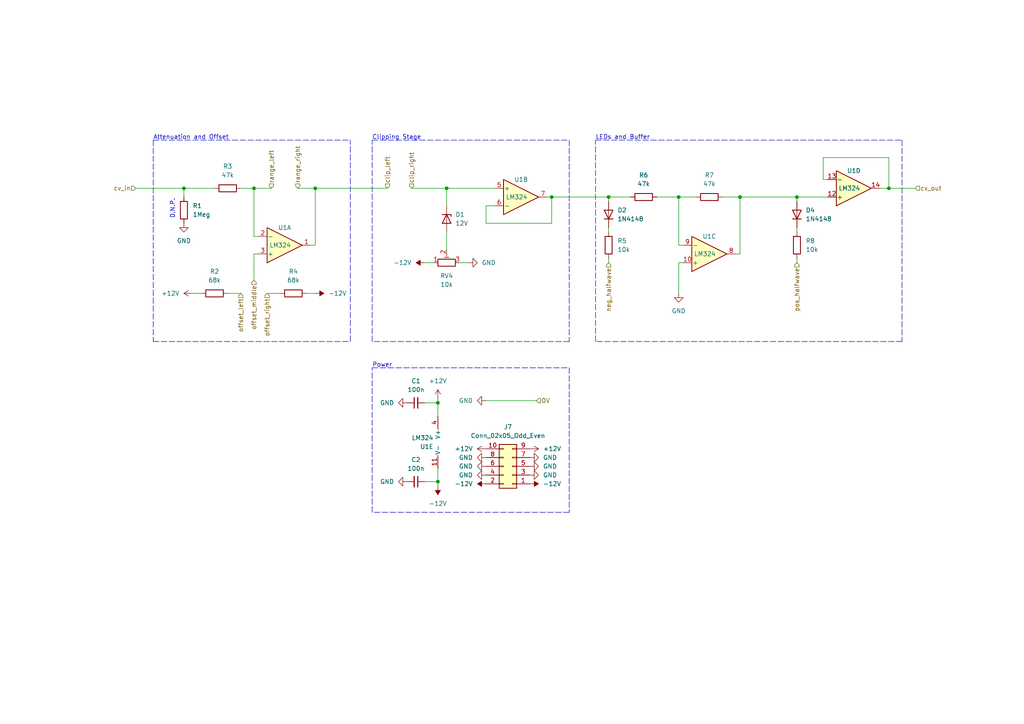
<source format=kicad_sch>
(kicad_sch (version 20211123) (generator eeschema)
  (paper "A4")
  (lib_symbols
    (symbol "Amplifier_Operational:LM324" (pin_names (offset 0.127))
      (property "Reference" "U" (at 0 5.08 0))
      (property "Value" "LM324" (at 0 -5.08 0))
      (symbol "LM324_1_1"
        (polyline (pts (xy -5.08 5.08) (xy 5.08 0) (xy -5.08 -5.08) (xy -5.08 5.08)) (stroke (width 0.254)) (fill (type background)))
        (pin output line (at 7.62 0 180) (length 2.54) (name "~") (number "1"))
        (pin input line (at -7.62 -2.54 0) (length 2.54) (name "-") (number "2"))
        (pin input line (at -7.62 2.54 0) (length 2.54) (name "+") (number "3"))
      )
      (symbol "LM324_2_1"
        (polyline (pts (xy -5.08 5.08) (xy 5.08 0) (xy -5.08 -5.08) (xy -5.08 5.08)) (stroke (width 0.254)) (fill (type background)))
        (pin input line (at -7.62 2.54 0) (length 2.54) (name "+") (number "5"))
        (pin input line (at -7.62 -2.54 0) (length 2.54) (name "-") (number "6"))
        (pin output line (at 7.62 0 180) (length 2.54) (name "~") (number "7"))
      )
      (symbol "LM324_3_1"
        (polyline (pts (xy -5.08 5.08) (xy 5.08 0) (xy -5.08 -5.08) (xy -5.08 5.08)) (stroke (width 0.254)) (fill (type background)))
        (pin input line (at -7.62 2.54 0) (length 2.54) (name "+") (number "10"))
        (pin output line (at 7.62 0 180) (length 2.54) (name "~") (number "8"))
        (pin input line (at -7.62 -2.54 0) (length 2.54) (name "-") (number "9"))
      )
      (symbol "LM324_4_1"
        (polyline (pts (xy -5.08 5.08) (xy 5.08 0) (xy -5.08 -5.08) (xy -5.08 5.08)) (stroke (width 0.254)) (fill (type background)))
        (pin input line (at -7.62 2.54 0) (length 2.54) (name "+") (number "12"))
        (pin input line (at -7.62 -2.54 0) (length 2.54) (name "-") (number "13"))
        (pin output line (at 7.62 0 180) (length 2.54) (name "~") (number "14"))
      )
      (symbol "LM324_5_1"
        (pin power_in line (at -2.54 -7.62 90) (length 3.81) (name "V-") (number "11"))
        (pin power_in line (at -2.54 7.62 270) (length 3.81) (name "V+") (number "4"))
      )
    )
    (symbol "Connector_Generic:Conn_02x05_Odd_Even" (pin_names (offset 1.016) hide)
      (property "Reference" "J" (at 1.27 7.62 0))
      (property "Value" "Conn_02x05_Odd_Even" (at 1.27 -7.62 0))
      (symbol "Conn_02x05_Odd_Even_1_1"
        (rectangle (start -1.27 -4.953) (end 0 -5.207) (stroke (width 0.1524)))
        (rectangle (start -1.27 -2.413) (end 0 -2.667) (stroke (width 0.1524)))
        (rectangle (start -1.27 0.127) (end 0 -0.127) (stroke (width 0.1524)))
        (rectangle (start -1.27 2.667) (end 0 2.413) (stroke (width 0.1524)))
        (rectangle (start -1.27 5.207) (end 0 4.953) (stroke (width 0.1524)))
        (rectangle (start -1.27 6.35) (end 3.81 -6.35) (stroke (width 0.254)) (fill (type background)))
        (rectangle (start 3.81 -4.953) (end 2.54 -5.207) (stroke (width 0.1524)))
        (rectangle (start 3.81 -2.413) (end 2.54 -2.667) (stroke (width 0.1524)))
        (rectangle (start 3.81 0.127) (end 2.54 -0.127) (stroke (width 0.1524)))
        (rectangle (start 3.81 2.667) (end 2.54 2.413) (stroke (width 0.1524)))
        (rectangle (start 3.81 5.207) (end 2.54 4.953) (stroke (width 0.1524)))
        (pin passive line (at -5.08 5.08 0) (length 3.81) (name "Pin_1") (number "1"))
        (pin passive line (at 7.62 -5.08 180) (length 3.81) (name "Pin_10") (number "10"))
        (pin passive line (at 7.62 5.08 180) (length 3.81) (name "Pin_2") (number "2"))
        (pin passive line (at -5.08 2.54 0) (length 3.81) (name "Pin_3") (number "3"))
        (pin passive line (at 7.62 2.54 180) (length 3.81) (name "Pin_4") (number "4"))
        (pin passive line (at -5.08 0 0) (length 3.81) (name "Pin_5") (number "5"))
        (pin passive line (at 7.62 0 180) (length 3.81) (name "Pin_6") (number "6"))
        (pin passive line (at -5.08 -2.54 0) (length 3.81) (name "Pin_7") (number "7"))
        (pin passive line (at 7.62 -2.54 180) (length 3.81) (name "Pin_8") (number "8"))
        (pin passive line (at -5.08 -5.08 0) (length 3.81) (name "Pin_9") (number "9"))
      )
    )
    (symbol "Device:C_Small" (pin_numbers hide) (pin_names (offset 0.254) hide)
      (property "Reference" "C" (at 0.254 1.778 0))
      (property "Value" "C_Small" (at 0.254 -2.032 0))
      (symbol "C_Small_0_1"
        (polyline (pts (xy -1.524 -0.508) (xy 1.524 -0.508)) (stroke (width 0.3302)))
        (polyline (pts (xy -1.524 0.508) (xy 1.524 0.508)) (stroke (width 0.3048)))
      )
      (symbol "C_Small_1_1"
        (pin passive line (at 0 2.54 270) (length 2.032) (name "~") (number "1"))
        (pin passive line (at 0 -2.54 90) (length 2.032) (name "~") (number "2"))
      )
    )
    (symbol "Device:D_Zener" (pin_numbers hide) (pin_names (offset 1.016) hide)
      (property "Reference" "D" (at 0 2.54 0))
      (property "Value" "D_Zener" (at 0 -2.54 0))
      (symbol "D_Zener_0_1"
        (polyline (pts (xy 1.27 0) (xy -1.27 0)))
        (polyline (pts (xy -1.27 -1.27) (xy -1.27 1.27) (xy -0.762 1.27)) (stroke (width 0.254)))
        (polyline (pts (xy 1.27 -1.27) (xy 1.27 1.27) (xy -1.27 0) (xy 1.27 -1.27)) (stroke (width 0.254)))
      )
      (symbol "D_Zener_1_1"
        (pin passive line (at -3.81 0 0) (length 2.54) (name "K") (number "1"))
        (pin passive line (at 3.81 0 180) (length 2.54) (name "A") (number "2"))
      )
    )
    (symbol "Device:R" (pin_numbers hide) (pin_names (offset 0))
      (property "Reference" "R" (at 2.032 0 90))
      (property "Value" "R" (at 0 0 90))
      (symbol "R_0_1"
        (rectangle (start -1.016 -2.54) (end 1.016 2.54) (stroke (width 0.254)))
      )
      (symbol "R_1_1"
        (pin passive line (at 0 3.81 270) (length 1.27) (name "~") (number "1"))
        (pin passive line (at 0 -3.81 90) (length 1.27) (name "~") (number "2"))
      )
    )
    (symbol "Device:R_Potentiometer_Trim" (pin_names (offset 1.016) hide)
      (property "Reference" "RV" (at -4.445 0 90))
      (property "Value" "R_Potentiometer_Trim" (at -2.54 0 90))
      (symbol "R_Potentiometer_Trim_0_1"
        (polyline (pts (xy 1.524 0.762) (xy 1.524 -0.762)))
        (polyline (pts (xy 2.54 0) (xy 1.524 0)))
        (rectangle (start 1.016 2.54) (end -1.016 -2.54) (stroke (width 0.254)))
      )
      (symbol "R_Potentiometer_Trim_1_1"
        (pin passive line (at 0 3.81 270) (length 1.27) (name "1") (number "1"))
        (pin passive line (at 3.81 0 180) (length 1.27) (name "2") (number "2"))
        (pin passive line (at 0 -3.81 90) (length 1.27) (name "3") (number "3"))
      )
    )
    (symbol "Diode:1N4148" (pin_numbers hide) (pin_names (offset 1.016) hide)
      (property "Reference" "D" (at 0 2.54 0))
      (property "Value" "1N4148" (at 0 -2.54 0))
      (symbol "1N4148_0_1"
        (polyline (pts (xy -1.27 1.27) (xy -1.27 -1.27)) (stroke (width 0.254)))
        (polyline (pts (xy 1.27 0) (xy -1.27 0)))
        (polyline (pts (xy 1.27 1.27) (xy 1.27 -1.27) (xy -1.27 0) (xy 1.27 1.27)) (stroke (width 0.254)))
      )
      (symbol "1N4148_1_1"
        (pin passive line (at -3.81 0 0) (length 2.54) (name "K") (number "1"))
        (pin passive line (at 3.81 0 180) (length 2.54) (name "A") (number "2"))
      )
    )
    (symbol "power:+12V" (power) (pin_names (offset 0))
      (property "Value" "+12V" (at 0 3.556 0))
      (symbol "+12V_0_1"
        (polyline (pts (xy -0.762 1.27) (xy 0 2.54)))
        (polyline (pts (xy 0 0) (xy 0 2.54)))
        (polyline (pts (xy 0 2.54) (xy 0.762 1.27)))
      )
      (symbol "+12V_1_1"
        (pin power_in line (at 0 0 90) (length 0) hide (name "+12V") (number "1"))
      )
    )
    (symbol "power:-12V" (power) (pin_names (offset 0))
      (property "Value" "-12V" (at 0 3.81 0))
      (symbol "-12V_0_0"
        (pin power_in line (at 0 0 90) (length 0) hide (name "-12V") (number "1"))
      )
      (symbol "-12V_0_1"
        (polyline (pts (xy 0 0) (xy 0 1.27) (xy 0.762 1.27) (xy 0 2.54) (xy -0.762 1.27) (xy 0 1.27)) (fill (type outline)))
      )
    )
    (symbol "power:GND" (power) (pin_names (offset 0))
      (property "Value" "GND" (at 0 -3.81 0))
      (symbol "GND_0_1"
        (polyline (pts (xy 0 0) (xy 0 -1.27) (xy 1.27 -1.27) (xy 0 -2.54) (xy -1.27 -1.27) (xy 0 -1.27)))
      )
      (symbol "GND_1_1"
        (pin power_in line (at 0 0 270) (length 0) hide (name "GND") (number "1"))
      )
    )
  )
  (junction (at 231.14 57.15))
  (junction (at 91.44 54.61))
  (junction (at 73.66 54.61))
  (junction (at 160.02 57.15))
  (junction (at 214.63 57.15))
  (junction (at 127 139.7))
  (junction (at 127 116.84))
  (junction (at 196.85 57.15))
  (junction (at 257.81 54.61))
  (junction (at 129.54 54.61))
  (junction (at 53.34 54.61))
  (junction (at 176.53 57.15))
  (wire (pts (xy 231.14 74.93) (xy 231.14 76.2)))
  (wire (pts (xy 140.97 116.205) (xy 155.575 116.205)))
  (wire (pts (xy 127 116.84) (xy 127 120.65)))
  (wire (pts (xy 209.55 57.15) (xy 214.63 57.15)))
  (wire (pts (xy 231.14 57.15) (xy 231.14 58.42)))
  (wire (pts (xy 160.02 57.15) (xy 176.53 57.15)))
  (wire (pts (xy 39.37 54.61) (xy 53.34 54.61)))
  (polyline (pts (xy 261.62 40.64) (xy 261.62 99.06)))
  (wire (pts (xy 213.36 73.66) (xy 214.63 73.66)))
  (wire (pts (xy 196.85 71.12) (xy 198.12 71.12)))
  (wire (pts (xy 123.19 76.2) (xy 125.73 76.2)))
  (polyline (pts (xy 107.95 99.06) (xy 107.95 40.64)))
  (polyline (pts (xy 172.72 99.06) (xy 172.72 40.64)))
  (wire (pts (xy 129.54 54.61) (xy 129.54 59.69)))
  (wire (pts (xy 119.38 54.61) (xy 129.54 54.61)))
  (wire (pts (xy 160.02 64.77) (xy 160.02 57.15)))
  (wire (pts (xy 73.66 68.58) (xy 74.93 68.58)))
  (wire (pts (xy 86.36 54.61) (xy 91.44 54.61)))
  (wire (pts (xy 73.66 81.28) (xy 73.66 73.66)))
  (polyline (pts (xy 44.45 40.64) (xy 44.45 99.06)))
  (wire (pts (xy 91.44 54.61) (xy 112.395 54.61)))
  (wire (pts (xy 73.66 54.61) (xy 73.66 68.58)))
  (wire (pts (xy 238.76 52.07) (xy 238.76 45.72)))
  (polyline (pts (xy 165.1 106.68) (xy 165.1 148.59)))
  (wire (pts (xy 240.03 52.07) (xy 238.76 52.07)))
  (polyline (pts (xy 107.95 148.59) (xy 107.95 106.68)))
  (polyline (pts (xy 44.45 40.64) (xy 101.6 40.64)))
  (wire (pts (xy 176.53 57.15) (xy 182.88 57.15)))
  (wire (pts (xy 127 135.89) (xy 127 139.7)))
  (wire (pts (xy 231.14 57.15) (xy 240.03 57.15)))
  (wire (pts (xy 140.97 59.69) (xy 140.97 64.77)))
  (wire (pts (xy 176.53 57.15) (xy 176.53 58.42)))
  (polyline (pts (xy 165.1 40.64) (xy 165.1 99.06)))
  (wire (pts (xy 190.5 57.15) (xy 196.85 57.15)))
  (wire (pts (xy 196.85 57.15) (xy 201.93 57.15)))
  (wire (pts (xy 176.53 66.04) (xy 176.53 67.31)))
  (wire (pts (xy 214.63 57.15) (xy 214.63 73.66)))
  (wire (pts (xy 123.19 116.84) (xy 127 116.84)))
  (wire (pts (xy 73.66 73.66) (xy 74.93 73.66)))
  (wire (pts (xy 257.81 54.61) (xy 265.43 54.61)))
  (wire (pts (xy 257.81 45.72) (xy 257.81 54.61)))
  (wire (pts (xy 77.47 85.09) (xy 81.28 85.09)))
  (wire (pts (xy 91.44 54.61) (xy 91.44 71.12)))
  (wire (pts (xy 133.35 76.2) (xy 135.89 76.2)))
  (polyline (pts (xy 172.72 40.64) (xy 261.62 40.64)))
  (wire (pts (xy 129.54 54.61) (xy 143.51 54.61)))
  (wire (pts (xy 196.85 76.2) (xy 196.85 85.09)))
  (wire (pts (xy 176.53 74.93) (xy 176.53 76.2)))
  (wire (pts (xy 143.51 59.69) (xy 140.97 59.69)))
  (polyline (pts (xy 261.62 99.06) (xy 172.72 99.06)))
  (wire (pts (xy 231.14 66.04) (xy 231.14 67.31)))
  (wire (pts (xy 69.85 54.61) (xy 73.66 54.61)))
  (wire (pts (xy 66.04 85.09) (xy 69.85 85.09)))
  (wire (pts (xy 123.19 139.7) (xy 127 139.7)))
  (polyline (pts (xy 107.95 40.64) (xy 165.1 40.64)))
  (wire (pts (xy 53.34 54.61) (xy 62.23 54.61)))
  (wire (pts (xy 238.76 45.72) (xy 257.81 45.72)))
  (polyline (pts (xy 44.45 99.06) (xy 101.6 99.06)))
  (wire (pts (xy 127 140.97) (xy 127 139.7)))
  (wire (pts (xy 257.81 54.61) (xy 255.27 54.61)))
  (wire (pts (xy 127 115.57) (xy 127 116.84)))
  (wire (pts (xy 196.85 76.2) (xy 198.12 76.2)))
  (wire (pts (xy 140.97 64.77) (xy 160.02 64.77)))
  (polyline (pts (xy 165.1 148.59) (xy 107.95 148.59)))
  (polyline (pts (xy 101.6 99.06) (xy 101.6 40.64)))
  (wire (pts (xy 90.17 71.12) (xy 91.44 71.12)))
  (wire (pts (xy 55.88 85.09) (xy 58.42 85.09)))
  (wire (pts (xy 160.02 57.15) (xy 158.75 57.15)))
  (polyline (pts (xy 107.95 106.68) (xy 165.1 106.68)))
  (wire (pts (xy 53.34 54.61) (xy 53.34 57.15)))
  (wire (pts (xy 129.54 67.31) (xy 129.54 72.39)))
  (wire (pts (xy 88.9 85.09) (xy 91.44 85.09)))
  (wire (pts (xy 214.63 57.15) (xy 231.14 57.15)))
  (wire (pts (xy 73.66 54.61) (xy 78.74 54.61)))
  (wire (pts (xy 196.85 57.15) (xy 196.85 71.12)))
  (polyline (pts (xy 165.1 99.06) (xy 107.95 99.06)))
  (text "Power\n" (at 107.95 106.68 0) (effects (font (size 1.27 1.27)) (justify left bottom)))
  (text "D.N.P.\n" (at 50.8 63.5 90) (effects (font (size 1.27 1.27)) (justify left bottom)))
  (text "Attenuation and Offset" (at 44.45 40.64 0) (effects (font (size 1.27 1.27)) (justify left bottom)))
  (text "Clipping Stage" (at 107.95 40.64 0) (effects (font (size 1.27 1.27)) (justify left bottom)))
  (text "LEDs and Buffer\n" (at 172.72 40.64 0) (effects (font (size 1.27 1.27)) (justify left bottom)))
  (hierarchical_label "offset_middle" (shape input) (at 73.66 81.28 270))
  (hierarchical_label "neg_halfwave" (shape input) (at 176.53 76.2 270))
  (hierarchical_label "clip_left" (shape input) (at 112.395 54.61 90))
  (hierarchical_label "offset_right" (shape input) (at 77.47 85.09 270))
  (hierarchical_label "range_left" (shape input) (at 78.74 54.61 90))
  (hierarchical_label "pos_halfwave" (shape input) (at 231.14 76.2 270))
  (hierarchical_label "clip_right" (shape input) (at 119.38 54.61 90))
  (hierarchical_label "range_right" (shape input) (at 86.36 54.61 90))
  (hierarchical_label "cv_in" (shape input) (at 39.37 54.61 180))
  (hierarchical_label "0V" (shape input) (at 155.575 116.205 0))
  (hierarchical_label "cv_out" (shape input) (at 265.43 54.61 0))
  (hierarchical_label "offset_left" (shape input) (at 69.85 85.09 270))
  (symbol (lib_id "Amplifier_Operational:LM324") (at 205.74 73.66 0) (mirror x) (unit 3)
    (property "Reference" "U1" (at 205.74 68.58 0))
    (property "Value" "LM324" (at 204.47 73.66 0))
    (property "Footprint" "Package_SO:SOIC-14_3.9x8.7mm_P1.27mm" (effects hide))
    (property "Datasheet" "http://www.ti.com/lit/ds/symlink/lm2902-n.pdf" (effects hide))
  )
  (symbol (lib_id "Device:C_Small") (at 120.65 116.84 90) (unit 1)
    (property "Reference" "C1" (at 120.6563 110.49 90))
    (property "Value" "100n" (at 120.6563 113.03 90))
    (property "Footprint" "Capacitor_SMD:C_1206_3216Metric" (effects hide))
  )
  (symbol (lib_id "power:-12V") (at 127 140.97 180) (unit 1)
    (property "Reference" "#PWR0115" (effects hide))
    (property "Value" "-12V" (at 127 146.05 0))
  )
  (symbol (lib_id "Connector_Generic:Conn_02x05_Odd_Even") (at 148.59 135.255 180) (unit 1)
    (property "Reference" "J7" (at 147.32 123.825 0))
    (property "Value" "Conn_02x05_Odd_Even" (at 147.32 126.365 0))
    (property "Footprint" "Connector_IDC:IDC-Header_2x05_P2.54mm_Vertical" (effects hide))
  )
  (symbol (lib_id "power:GND") (at 140.97 132.715 270) (unit 1)
    (property "Reference" "#PWR0112" (effects hide))
    (property "Value" "GND" (at 137.16 132.7149 90) (effects (justify right)))
  )
  (symbol (lib_id "power:+12V") (at 153.67 130.175 270) (unit 1)
    (property "Reference" "#PWR0101" (effects hide))
    (property "Value" "+12V" (at 157.48 130.1749 90) (effects (justify left)))
  )
  (symbol (lib_id "power:GND") (at 140.97 135.255 270) (unit 1)
    (property "Reference" "#PWR0113" (effects hide))
    (property "Value" "GND" (at 137.16 135.2549 90) (effects (justify right)))
  )
  (symbol (lib_id "Device:R") (at 186.69 57.15 90) (unit 1)
    (property "Reference" "R6" (at 186.69 50.8 90))
    (property "Value" "47k" (at 186.69 53.34 90))
    (property "Footprint" "Resistor_SMD:R_1206_3216Metric" (effects hide))
  )
  (symbol (lib_id "Amplifier_Operational:LM324") (at 247.65 54.61 0) (mirror x) (unit 4)
    (property "Reference" "U1" (at 247.65 49.53 0))
    (property "Value" "LM324" (at 246.38 54.61 0))
    (property "Footprint" "Package_SO:SOIC-14_3.9x8.7mm_P1.27mm" (effects hide))
    (property "Datasheet" "http://www.ti.com/lit/ds/symlink/lm2902-n.pdf" (effects hide))
  )
  (symbol (lib_id "power:GND") (at 153.67 135.255 90) (unit 1)
    (property "Reference" "#PWR0108" (effects hide))
    (property "Value" "GND" (at 157.48 135.2549 90) (effects (justify right)))
  )
  (symbol (lib_id "power:GND") (at 153.67 137.795 90) (unit 1)
    (property "Reference" "#PWR0107" (effects hide))
    (property "Value" "GND" (at 157.48 137.7949 90) (effects (justify right)))
  )
  (symbol (lib_id "Device:R_Potentiometer_Trim") (at 129.54 76.2 90) (unit 1)
    (property "Reference" "RV4" (at 129.54 80.01 90))
    (property "Value" "10k" (at 129.54 82.55 90))
    (property "Footprint" "Potentiometer_SMD:Potentiometer_Bourns_TC33X_Vertical" (effects hide))
  )
  (symbol (lib_id "power:GND") (at 118.11 116.84 270) (unit 1)
    (property "Reference" "#PWR0104" (effects hide))
    (property "Value" "GND" (at 114.3 116.8399 90) (effects (justify right)))
  )
  (symbol (lib_id "Device:R") (at 66.04 54.61 90) (unit 1)
    (property "Reference" "R3" (at 66.04 48.26 90))
    (property "Value" "47k" (at 66.04 50.8 90))
    (property "Footprint" "Resistor_SMD:R_1206_3216Metric" (effects hide))
  )
  (symbol (lib_id "Amplifier_Operational:LM324") (at 151.13 57.15 0) (unit 2)
    (property "Reference" "U1" (at 151.13 52.07 0))
    (property "Value" "LM324" (at 149.86 57.15 0))
    (property "Footprint" "Package_SO:SOIC-14_3.9x8.7mm_P1.27mm" (effects hide))
    (property "Datasheet" "http://www.ti.com/lit/ds/symlink/lm2902-n.pdf" (effects hide))
  )
  (symbol (lib_id "power:-12V") (at 91.44 85.09 270) (unit 1)
    (property "Reference" "#PWR0116" (effects hide))
    (property "Value" "-12V" (at 95.25 85.0899 90) (effects (justify left)))
  )
  (symbol (lib_id "Device:R") (at 231.14 71.12 0) (unit 1)
    (property "Reference" "R8" (at 233.68 69.8499 0) (effects (justify left)))
    (property "Value" "10k" (at 233.68 72.3899 0) (effects (justify left)))
    (property "Footprint" "Resistor_SMD:R_1206_3216Metric" (effects hide))
  )
  (symbol (lib_id "power:+12V") (at 55.88 85.09 90) (unit 1)
    (property "Reference" "#PWR0117" (effects hide))
    (property "Value" "+12V" (at 52.07 85.0899 90) (effects (justify left)))
  )
  (symbol (lib_id "power:-12V") (at 123.19 76.2 90) (unit 1)
    (property "Reference" "#PWR0120" (effects hide))
    (property "Value" "-12V" (at 119.38 76.1999 90) (effects (justify left)))
  )
  (symbol (lib_id "Device:R") (at 53.34 60.96 0) (unit 1)
    (property "Reference" "R1" (at 55.88 59.6899 0) (effects (justify left)))
    (property "Value" "1Meg" (at 55.88 62.2299 0) (effects (justify left)))
    (property "Footprint" "Resistor_SMD:R_1206_3216Metric" (effects hide))
  )
  (symbol (lib_id "power:+12V") (at 140.97 130.175 90) (unit 1)
    (property "Reference" "#PWR0111" (effects hide))
    (property "Value" "+12V" (at 137.16 130.1749 90) (effects (justify left)))
  )
  (symbol (lib_id "Device:R") (at 62.23 85.09 90) (unit 1)
    (property "Reference" "R2" (at 62.23 78.74 90))
    (property "Value" "68k" (at 62.23 81.28 90))
    (property "Footprint" "Resistor_SMD:R_1206_3216Metric" (effects hide))
  )
  (symbol (lib_id "power:GND") (at 140.97 137.795 270) (unit 1)
    (property "Reference" "#PWR0114" (effects hide))
    (property "Value" "GND" (at 137.16 137.7949 90) (effects (justify right)))
  )
  (symbol (lib_id "Device:R") (at 205.74 57.15 90) (unit 1)
    (property "Reference" "R7" (at 205.74 50.8 90))
    (property "Value" "47k" (at 205.74 53.34 90))
    (property "Footprint" "Resistor_SMD:R_1206_3216Metric" (effects hide))
  )
  (symbol (lib_id "power:GND") (at 140.97 116.205 270) (unit 1)
    (property "Reference" "#PWR0110" (effects hide))
    (property "Value" "GND" (at 137.16 116.2049 90) (effects (justify right)))
  )
  (symbol (lib_id "Diode:1N4148") (at 176.53 62.23 90) (unit 1)
    (property "Reference" "D2" (at 179.07 60.9599 90) (effects (justify right)))
    (property "Value" "1N4148" (at 179.07 63.4999 90) (effects (justify right)))
    (property "Footprint" "Diode_SMD:D_1206_3216Metric" (effects hide))
    (property "Datasheet" "https://assets.nexperia.com/documents/data-sheet/1N4148_1N4448.pdf" (effects hide))
  )
  (symbol (lib_id "Device:R") (at 85.09 85.09 90) (unit 1)
    (property "Reference" "R4" (at 85.09 78.74 90))
    (property "Value" "68k" (at 85.09 81.28 90))
    (property "Footprint" "Resistor_SMD:R_1206_3216Metric" (effects hide))
  )
  (symbol (lib_id "power:GND") (at 135.89 76.2 90) (unit 1)
    (property "Reference" "#PWR0121" (effects hide))
    (property "Value" "GND" (at 139.7 76.1999 90) (effects (justify right)))
  )
  (symbol (lib_id "power:GND") (at 53.34 64.77 0) (unit 1)
    (property "Reference" "#PWR0118" (effects hide))
    (property "Value" "GND" (at 53.34 69.85 0))
  )
  (symbol (lib_id "power:GND") (at 118.11 139.7 270) (unit 1)
    (property "Reference" "#PWR0102" (effects hide))
    (property "Value" "GND" (at 114.3 139.6999 90) (effects (justify right)))
  )
  (symbol (lib_id "power:+12V") (at 127 115.57 0) (unit 1)
    (property "Reference" "#PWR0105" (effects hide))
    (property "Value" "+12V" (at 127 110.49 0))
  )
  (symbol (lib_id "Amplifier_Operational:LM324") (at 82.55 71.12 0) (mirror x) (unit 1)
    (property "Reference" "U1" (at 82.55 66.04 0))
    (property "Value" "LM324" (at 81.28 71.12 0))
    (property "Footprint" "Package_SO:SOIC-14_3.9x8.7mm_P1.27mm" (effects hide))
    (property "Datasheet" "http://www.ti.com/lit/ds/symlink/lm2902-n.pdf" (effects hide))
  )
  (symbol (lib_id "Device:R") (at 176.53 71.12 0) (unit 1)
    (property "Reference" "R5" (at 179.07 69.8499 0) (effects (justify left)))
    (property "Value" "10k" (at 179.07 72.3899 0) (effects (justify left)))
    (property "Footprint" "Resistor_SMD:R_1206_3216Metric" (effects hide))
  )
  (symbol (lib_id "Diode:1N4148") (at 231.14 62.23 90) (unit 1)
    (property "Reference" "D4" (at 233.68 60.9599 90) (effects (justify right)))
    (property "Value" "1N4148" (at 233.68 63.4999 90) (effects (justify right)))
    (property "Footprint" "Diode_SMD:D_1206_3216Metric" (effects hide))
    (property "Datasheet" "https://assets.nexperia.com/documents/data-sheet/1N4148_1N4448.pdf" (effects hide))
  )
  (symbol (lib_id "power:-12V") (at 140.97 140.335 90) (unit 1)
    (property "Reference" "#PWR0103" (effects hide))
    (property "Value" "-12V" (at 137.16 140.3349 90) (effects (justify left)))
  )
  (symbol (lib_id "power:GND") (at 153.67 132.715 90) (unit 1)
    (property "Reference" "#PWR0106" (effects hide))
    (property "Value" "GND" (at 157.48 132.7149 90) (effects (justify right)))
  )
  (symbol (lib_id "Device:D_Zener") (at 129.54 63.5 270) (unit 1)
    (property "Reference" "D1" (at 132.08 62.2299 90) (effects (justify left)))
    (property "Value" "12V" (at 132.08 64.7699 90) (effects (justify left)))
    (property "Footprint" "Diode_SMD:D_1206_3216Metric" (effects hide))
  )
  (symbol (lib_id "Amplifier_Operational:LM324") (at 129.54 128.27 0) (unit 5)
    (property "Reference" "U1" (at 125.73 129.5401 0) (effects (justify right)))
    (property "Value" "LM324" (at 125.73 127.0001 0) (effects (justify right)))
    (property "Footprint" "Package_SO:SOIC-14_3.9x8.7mm_P1.27mm" (effects hide))
    (property "Datasheet" "http://www.ti.com/lit/ds/symlink/lm2902-n.pdf" (effects hide))
  )
  (symbol (lib_id "power:-12V") (at 153.67 140.335 270) (unit 1)
    (property "Reference" "#PWR0109" (effects hide))
    (property "Value" "-12V" (at 157.48 140.3349 90) (effects (justify left)))
  )
  (symbol (lib_id "Device:C_Small") (at 120.65 139.7 270) (unit 1)
    (property "Reference" "C2" (at 120.6436 133.35 90))
    (property "Value" "100n" (at 120.6436 135.89 90))
    (property "Footprint" "Capacitor_SMD:C_1206_3216Metric" (effects hide))
  )
  (symbol (lib_id "power:GND") (at 196.85 85.09 0) (unit 1)
    (property "Reference" "#PWR0119" (effects hide))
    (property "Value" "GND" (at 196.85 90.17 0))
  )
)
</source>
